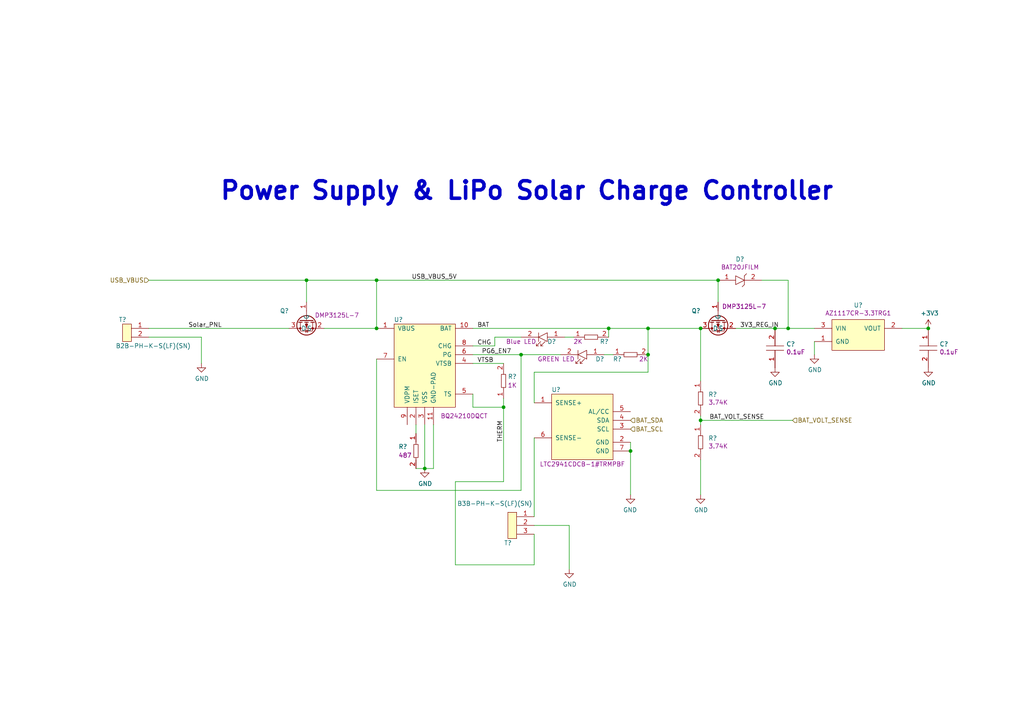
<source format=kicad_sch>
(kicad_sch (version 20231120) (generator "eeschema") (generator_version "8.0")
  (paper "A4")
  (lib_symbols
    (symbol "AVR-KiCAD-Lib-Capacitors:C0402C104K9PACTU" (pin_names (offset 1.016))
      (property "Reference" "C" (at -2.54 2.54 0))
      (property "_Value_" "0.1uF" (at 58.42 63.5 0))
      (symbol "C0402C104K9PACTU_1_1"
        (polyline (pts (xy 0 2.54) (xy 0 -2.54)))
        (polyline (pts (xy 1.27 2.54) (xy 1.27 -2.54)))
        (pin input line (at -5.08 0 0) (length 5.08) (name "~") (number "1"))
        (pin input line (at 6.35 0 180) (length 5.08) (name "~") (number "2"))
      )
    )
    (symbol "AVR-KiCAD-Lib-Capacitors:C0805C104M5RACTU" (pin_names (offset 1.016))
      (property "Reference" "C" (at -2.54 2.54 0))
      (property "_Value_" "0.1uF" (at 58.42 63.5 0))
      (symbol "C0805C104M5RACTU_1_1"
        (polyline (pts (xy 0 2.54) (xy 0 -2.54)))
        (polyline (pts (xy 1.27 2.54) (xy 1.27 -2.54)))
        (pin input line (at -5.08 0 0) (length 5.08) (name "~") (number "1"))
        (pin input line (at 6.35 0 180) (length 5.08) (name "~") (number "2"))
      )
    )
    (symbol "AVR-KiCAD-Lib-Connectors:B2B-PH-K-S(LF)(SN)" (pin_names (offset 1.016))
      (property "Reference" "J" (at 0 1.27 0))
      (property "Value" "B2B-PH-K-S(LF)(SN)" (at 3.81 -11.43 0))
      (symbol "B2B-PH-K-S(LF)(SN)_0_1"
        (rectangle (start 2.54 -5.08) (end 0 0) (fill (type background)))
      )
      (symbol "B2B-PH-K-S(LF)(SN)_1_1"
        (pin passive line (at 7.62 -1.27 180) (length 5.08) (name "~") (number "1"))
        (pin passive line (at 7.62 -3.81 180) (length 5.08) (name "~") (number "2"))
      )
    )
    (symbol "AVR-KiCAD-Lib-Connectors:B3B-PH-K-S(LF)(SN)" (pin_names (offset 1.016))
      (property "Reference" "J" (at 0 1.27 0))
      (property "Value" "B3B-PH-K-S(LF)(SN)" (at 3.81 -11.43 0))
      (symbol "B3B-PH-K-S(LF)(SN)_0_1"
        (rectangle (start 2.54 -7.62) (end 0 0) (fill (type background)))
      )
      (symbol "B3B-PH-K-S(LF)(SN)_1_1"
        (pin passive line (at 7.62 -1.27 180) (length 5.08) (name "~") (number "1"))
        (pin passive line (at 7.62 -3.81 180) (length 5.08) (name "~") (number "2"))
        (pin passive line (at 7.62 -6.35 180) (length 5.08) (name "~") (number "3"))
      )
    )
    (symbol "AVR-KiCAD-Lib-Diodes:BAT20JFILM" (pin_names (offset 1.016))
      (property "Reference" "D" (at -2.54 2.54 0))
      (property "_Value_" "BAT20JFILM" (at 58.42 63.5 0))
      (symbol "BAT20JFILM_0_1"
        (polyline (pts (xy 1.27 -1.27) (xy 0.635 -1.905)))
        (polyline (pts (xy 1.27 1.27) (xy 1.27 -1.27)))
        (polyline (pts (xy 1.27 1.27) (xy 1.905 1.905)))
        (polyline (pts (xy -1.27 1.27) (xy -1.27 -1.27) (xy 1.27 0) (xy -1.27 1.27)))
      )
      (symbol "BAT20JFILM_1_1"
        (pin passive line (at -6.35 0 0) (length 5.08) (name "~") (number "1"))
        (pin passive line (at 6.35 0 180) (length 5.08) (name "~") (number "2"))
      )
    )
    (symbol "AVR-KiCAD-Lib-Diodes:LTST-C194KGKT" (pin_names (offset 1.016))
      (property "Reference" "D" (at -2.54 2.54 0))
      (property "_Value_" "GREEN LED" (at 58.42 63.5 0))
      (symbol "LTST-C194KGKT_0_1"
        (polyline (pts (xy -0.635 1.27) (xy 0.635 2.54)))
        (polyline (pts (xy 0.635 2.54) (xy 0 2.54)))
        (polyline (pts (xy 0.635 2.54) (xy 0.635 1.905)))
        (polyline (pts (xy 1.27 -1.27) (xy 1.27 1.27)))
        (polyline (pts (xy 1.905 2.54) (xy 1.905 1.905)))
        (polyline (pts (xy 0.635 1.27) (xy 1.905 2.54) (xy 1.27 2.54)))
        (polyline (pts (xy -1.27 1.27) (xy -1.27 -1.27) (xy 1.27 0) (xy -1.27 1.27)))
      )
      (symbol "LTST-C194KGKT_1_1"
        (pin passive line (at -6.35 0 0) (length 5.08) (name "~") (number "1"))
        (pin passive line (at 6.35 0 180) (length 5.08) (name "~") (number "2"))
      )
    )
    (symbol "AVR-KiCAD-Lib-Diodes:LTST-C194TBKT" (pin_names (offset 1.016))
      (property "Reference" "D" (at -2.54 2.54 0))
      (property "_Value_" "Blue LED" (at 58.42 63.5 0))
      (symbol "LTST-C194TBKT_0_1"
        (polyline (pts (xy -0.635 1.27) (xy 0.635 2.54)))
        (polyline (pts (xy 0.635 2.54) (xy 0 2.54)))
        (polyline (pts (xy 0.635 2.54) (xy 0.635 1.905)))
        (polyline (pts (xy 1.27 -1.27) (xy 1.27 1.27)))
        (polyline (pts (xy 1.905 2.54) (xy 1.905 1.905)))
        (polyline (pts (xy 0.635 1.27) (xy 1.905 2.54) (xy 1.27 2.54)))
        (polyline (pts (xy -1.27 1.27) (xy -1.27 -1.27) (xy 1.27 0) (xy -1.27 1.27)))
      )
      (symbol "LTST-C194TBKT_1_1"
        (pin passive line (at -6.35 0 0) (length 5.08) (name "~") (number "1"))
        (pin passive line (at 6.35 0 180) (length 5.08) (name "~") (number "2"))
      )
    )
    (symbol "AVR-KiCAD-Lib-ICs:AZ1117CR-3.3TRG1" (pin_names (offset 1.016))
      (property "Reference" "U" (at 0 1.27 0))
      (property "_Value_" "AZ1117CR-3.3TRG1" (at 58.42 63.5 0))
      (symbol "AZ1117CR-3.3TRG1_1_1"
        (rectangle (start 0 0) (end 15.24 -8.89) (fill (type background)))
        (pin passive line (at -5.08 -6.35 0) (length 5.08) (name "GND") (number "1"))
        (pin power_out line (at 20.32 -2.54 180) (length 5.08) (name "VOUT") (number "2"))
        (pin power_in line (at -5.08 -2.54 0) (length 5.08) (name "VIN") (number "3"))
      )
    )
    (symbol "AVR-KiCAD-Lib-ICs:BQ24210DQCT" (pin_names (offset 1.016))
      (property "Reference" "U" (at 0 1.27 0))
      (property "_Value_" "BQ24210DQCT" (at 58.42 63.5 0))
      (symbol "BQ24210DQCT_1_1"
        (rectangle (start 0 0) (end 17.78 -24.13) (fill (type background)))
        (pin input line (at -5.08 -1.27 0) (length 5.08) (name "VBUS") (number "1"))
        (pin input line (at 22.86 -1.27 180) (length 5.08) (name "BAT") (number "10"))
        (pin input line (at 11.43 -29.21 90) (length 5.08) (name "GND-PAD") (number "11"))
        (pin input line (at 6.35 -29.21 90) (length 5.08) (name "ISET") (number "2"))
        (pin input line (at 8.89 -29.21 90) (length 5.08) (name "VSS") (number "3"))
        (pin input line (at 22.86 -11.43 180) (length 5.08) (name "VTSB") (number "4"))
        (pin input line (at 22.86 -20.32 180) (length 5.08) (name "TS") (number "5"))
        (pin input line (at 22.86 -8.89 180) (length 5.08) (name "PG") (number "6"))
        (pin input line (at -5.08 -10.16 0) (length 5.08) (name "EN") (number "7"))
        (pin input line (at 22.86 -6.35 180) (length 5.08) (name "CHG") (number "8"))
        (pin input line (at 3.81 -29.21 90) (length 5.08) (name "VDPM") (number "9"))
      )
    )
    (symbol "AVR-KiCAD-Lib-ICs:LTC2941CDCB-1#TRMPBF" (pin_names (offset 1.016))
      (property "Reference" "U" (at 1.27 1.27 0))
      (property "_Value_" "LTC2941CDCB-1#TRMPBF" (at 11.43 -20.32 0))
      (symbol "LTC2941CDCB-1#TRMPBF_0_1"
        (rectangle (start 0 0) (end 17.78 -19.05) (fill (type background)))
      )
      (symbol "LTC2941CDCB-1#TRMPBF_1_1"
        (pin input line (at 22.86 -2.54 180) (length 5.08) (name "SENSE+") (number "1"))
        (pin passive line (at -5.08 -13.97 0) (length 5.08) (name "GND") (number "2"))
        (pin input line (at -5.08 -10.16 0) (length 5.08) (name "SCL") (number "3"))
        (pin bidirectional line (at -5.08 -7.62 0) (length 5.08) (name "SDA") (number "4"))
        (pin output line (at -5.08 -5.08 0) (length 5.08) (name "AL/CC") (number "5"))
        (pin input line (at 22.86 -12.7 180) (length 5.08) (name "SENSE-") (number "6"))
        (pin passive line (at -5.08 -16.51 0) (length 5.08) (name "GND") (number "7"))
      )
    )
    (symbol "AVR-KiCAD-Lib-Resistors:ERA-3AEB3741V" (pin_names (offset 1.016))
      (property "Reference" "R" (at -2.54 2.54 0))
      (property "Value" "ERA-3AEB3741V" (at 1.27 5.08 0))
      (property "_Value_" "3.74K" (at 58.42 63.5 0))
      (symbol "ERA-3AEB3741V_0_1"
        (rectangle (start -1.905 0.635) (end 1.905 -0.635))
        (polyline (pts (xy -2.54 0) (xy -1.905 0)))
        (polyline (pts (xy -1.905 0) (xy -1.905 0)))
        (polyline (pts (xy 1.905 0) (xy 1.905 0)))
        (polyline (pts (xy 2.54 0) (xy 1.905 0)))
      )
      (symbol "ERA-3AEB3741V_1_1"
        (pin passive line (at -5.08 0 0) (length 2.5146) (name "~") (number "1"))
        (pin passive line (at 5.08 0 180) (length 2.5146) (name "~") (number "2"))
      )
    )
    (symbol "AVR-KiCAD-Lib-Resistors:RC0402FR-071KL" (pin_names (offset 1.016))
      (property "Reference" "R" (at -2.54 2.54 0))
      (property "Value" "RC0402FR-071KL" (at 1.27 5.08 0))
      (property "_Value_" "1K" (at 58.42 63.5 0))
      (symbol "RC0402FR-071KL_0_1"
        (rectangle (start -1.905 0.635) (end 1.905 -0.635))
        (polyline (pts (xy -2.54 0) (xy -1.905 0)))
        (polyline (pts (xy -1.905 0) (xy -1.905 0)))
        (polyline (pts (xy 1.905 0) (xy 1.905 0)))
        (polyline (pts (xy 2.54 0) (xy 1.905 0)))
      )
      (symbol "RC0402FR-071KL_1_1"
        (pin passive line (at -5.08 0 0) (length 2.5146) (name "~") (number "1"))
        (pin passive line (at 5.08 0 180) (length 2.5146) (name "~") (number "2"))
      )
    )
    (symbol "AVR-KiCAD-Lib-Resistors:RC0402FR-072KL" (pin_names (offset 1.016))
      (property "Reference" "R" (at -2.54 2.54 0))
      (property "Value" "RC0402FR-072KL" (at 1.27 5.08 0))
      (property "_Value_" "2K" (at 58.42 63.5 0))
      (symbol "RC0402FR-072KL_0_1"
        (rectangle (start -1.905 0.635) (end 1.905 -0.635))
        (polyline (pts (xy -2.54 0) (xy -1.905 0)))
        (polyline (pts (xy -1.905 0) (xy -1.905 0)))
        (polyline (pts (xy 1.905 0) (xy 1.905 0)))
        (polyline (pts (xy 2.54 0) (xy 1.905 0)))
      )
      (symbol "RC0402FR-072KL_1_1"
        (pin passive line (at -5.08 0 0) (length 2.5146) (name "~") (number "1"))
        (pin passive line (at 5.08 0 180) (length 2.5146) (name "~") (number "2"))
      )
    )
    (symbol "AVR-KiCAD-Lib-Resistors:RC0402FR-07487RL" (pin_names (offset 1.016))
      (property "Reference" "R" (at -2.54 2.54 0))
      (property "Value" "RC0402FR-07487RL" (at 1.27 5.08 0))
      (property "_Value_" "487" (at 58.42 63.5 0))
      (symbol "RC0402FR-07487RL_0_1"
        (rectangle (start -1.905 0.635) (end 1.905 -0.635))
        (polyline (pts (xy -2.54 0) (xy -1.905 0)))
        (polyline (pts (xy -1.905 0) (xy -1.905 0)))
        (polyline (pts (xy 1.905 0) (xy 1.905 0)))
        (polyline (pts (xy 2.54 0) (xy 1.905 0)))
      )
      (symbol "RC0402FR-07487RL_1_1"
        (pin passive line (at -5.08 0 0) (length 2.5146) (name "~") (number "1"))
        (pin passive line (at 5.08 0 180) (length 2.5146) (name "~") (number "2"))
      )
    )
    (symbol "AVR-KiCAD-Lib-Transistors:DMP3125L-7" (pin_names (offset 1.016))
      (property "Reference" "Q?" (at -3.81 3.81 0))
      (property "_Value_" "DMP3125L-7" (at 58.42 63.5 0))
      (symbol "DMP3125L-7_1_1"
        (circle (center -0.889 0) (radius 2.8194) (stroke (width 0.254)))
        (circle (center 0 -1.778) (radius 0.2794) (fill (type outline)))
        (polyline (pts (xy -5.08 0) (xy -2.286 0)))
        (polyline (pts (xy -1.778 -1.778) (xy 0 -1.778)))
        (polyline (pts (xy -1.778 -1.27) (xy -1.778 -2.286)) (stroke (width 0.254)))
        (polyline (pts (xy -1.778 0) (xy 0 0)))
        (polyline (pts (xy -1.778 0.508) (xy -1.778 -0.508)) (stroke (width 0.254)))
        (polyline (pts (xy -1.778 1.778) (xy 0 1.778)))
        (polyline (pts (xy -1.778 2.286) (xy -1.778 1.27)) (stroke (width 0.254)))
        (polyline (pts (xy 0 -1.778) (xy 0 -2.54)))
        (polyline (pts (xy 0 -1.778) (xy 0 0)))
        (polyline (pts (xy 0 2.54) (xy 0 1.778)))
        (polyline (pts (xy -2.286 1.905) (xy -2.286 -1.905) (xy -2.286 -1.905)) (stroke (width 0.254)))
        (polyline (pts (xy -0.254 0) (xy -1.27 -0.381) (xy -1.27 0.381) (xy -0.254 0)) (fill (type outline)))
        (polyline (pts (xy 0 -1.778) (xy 0.762 -1.778) (xy 0.762 1.778) (xy 0 1.778)))
        (polyline (pts (xy 0.254 -0.508) (xy 0.381 -0.381) (xy 1.143 -0.381) (xy 1.27 -0.254)))
        (polyline (pts (xy 0.762 -0.381) (xy 0.381 0.254) (xy 1.143 0.254) (xy 0.762 -0.381)))
        (circle (center 0 1.778) (radius 0.2794) (fill (type outline)))
        (pin input line (at -7.62 0 0) (length 2.54) (name "G") (number "1"))
        (pin passive line (at 0 -5.08 90) (length 2.54) (name "S") (number "2"))
        (pin passive line (at 0 5.08 270) (length 2.54) (name "D") (number "3"))
      )
    )
    (symbol "SunLeaf-Sense-S1G-rescue:+3V3-power" (power) (pin_names (offset 0))
      (property "Value" "power_+3V3" (at 0 3.556 0))
      (symbol "+3V3-power_0_1"
        (polyline (pts (xy -0.762 1.27) (xy 0 2.54)))
        (polyline (pts (xy 0 0) (xy 0 2.54)))
        (polyline (pts (xy 0 2.54) (xy 0.762 1.27)))
      )
      (symbol "+3V3-power_1_1"
        (pin power_in line (at 0 0 90) (length 0) hide (name "+3V3") (number "1"))
      )
    )
    (symbol "SunLeaf-Sense-S1G-rescue:GND-power" (power) (pin_names (offset 0))
      (property "Value" "power_GND" (at 0 -3.81 0))
      (symbol "GND-power_0_1"
        (polyline (pts (xy 0 0) (xy 0 -1.27) (xy 1.27 -1.27) (xy 0 -2.54) (xy -1.27 -1.27) (xy 0 -1.27)))
      )
      (symbol "GND-power_1_1"
        (pin power_in line (at 0 0 270) (length 0) hide (name "GND") (number "1"))
      )
    )
  )
  (junction (at 228.6 95.25))
  (junction (at 224.79 95.25))
  (junction (at 109.22 95.25))
  (junction (at 203.2 95.25))
  (junction (at 187.96 102.87))
  (junction (at 88.9 81.28))
  (junction (at 123.19 135.89))
  (junction (at 146.05 118.11))
  (junction (at 151.13 102.87))
  (junction (at 109.22 81.28))
  (junction (at 176.53 95.25))
  (junction (at 187.96 95.25))
  (junction (at 203.2 121.92))
  (junction (at 208.28 81.28))
  (junction (at 269.24 95.25))
  (junction (at 182.88 130.81))
  (wire (pts (xy 236.22 99.06) (xy 236.22 102.87)))
  (wire (pts (xy 151.13 102.87) (xy 162.56 102.87)))
  (wire (pts (xy 154.94 107.95) (xy 187.96 107.95)))
  (wire (pts (xy 58.42 97.79) (xy 58.42 105.41)))
  (wire (pts (xy 228.6 95.25) (xy 236.22 95.25)))
  (wire (pts (xy 123.19 135.89) (xy 125.73 135.89)))
  (wire (pts (xy 137.16 100.33) (xy 143.51 100.33)))
  (wire (pts (xy 220.98 81.28) (xy 228.6 81.28)))
  (wire (pts (xy 125.73 135.89) (xy 125.73 123.19)))
  (wire (pts (xy 175.26 102.87) (xy 177.8 102.87)))
  (wire (pts (xy 182.88 130.81) (xy 182.88 143.51)))
  (wire (pts (xy 163.83 97.79) (xy 166.37 97.79)))
  (wire (pts (xy 165.1 152.4) (xy 165.1 165.1)))
  (wire (pts (xy 187.96 102.87) (xy 187.96 95.25)))
  (wire (pts (xy 261.62 95.25) (xy 269.24 95.25)))
  (wire (pts (xy 154.94 116.84) (xy 154.94 107.95)))
  (wire (pts (xy 208.28 81.28) (xy 208.28 87.63)))
  (wire (pts (xy 137.16 114.3) (xy 137.16 118.11)))
  (wire (pts (xy 182.88 128.27) (xy 182.88 130.81)))
  (wire (pts (xy 208.28 81.28) (xy 109.22 81.28)))
  (wire (pts (xy 151.13 97.79) (xy 143.51 97.79)))
  (wire (pts (xy 187.96 107.95) (xy 187.96 102.87)))
  (wire (pts (xy 109.22 81.28) (xy 88.9 81.28)))
  (wire (pts (xy 203.2 95.25) (xy 203.2 110.49)))
  (wire (pts (xy 132.08 139.7) (xy 146.05 139.7)))
  (wire (pts (xy 137.16 105.41) (xy 146.05 105.41)))
  (wire (pts (xy 137.16 118.11) (xy 146.05 118.11)))
  (wire (pts (xy 109.22 142.24) (xy 109.22 104.14)))
  (wire (pts (xy 151.13 142.24) (xy 109.22 142.24)))
  (wire (pts (xy 123.19 123.19) (xy 123.19 135.89)))
  (wire (pts (xy 213.36 95.25) (xy 224.79 95.25)))
  (wire (pts (xy 109.22 95.25) (xy 93.98 95.25)))
  (wire (pts (xy 203.2 133.35) (xy 203.2 143.51)))
  (wire (pts (xy 43.18 95.25) (xy 83.82 95.25)))
  (wire (pts (xy 109.22 95.25) (xy 109.22 81.28)))
  (wire (pts (xy 203.2 121.92) (xy 229.87 121.92)))
  (wire (pts (xy 176.53 97.79) (xy 176.53 95.25)))
  (wire (pts (xy 143.51 97.79) (xy 143.51 100.33)))
  (wire (pts (xy 88.9 87.63) (xy 88.9 81.28)))
  (wire (pts (xy 43.18 97.79) (xy 58.42 97.79)))
  (wire (pts (xy 203.2 121.92) (xy 203.2 123.19)))
  (wire (pts (xy 120.65 123.19) (xy 120.65 125.73)))
  (wire (pts (xy 154.94 163.83) (xy 154.94 154.94)))
  (wire (pts (xy 154.94 152.4) (xy 165.1 152.4)))
  (wire (pts (xy 132.08 163.83) (xy 132.08 139.7)))
  (wire (pts (xy 151.13 102.87) (xy 151.13 142.24)))
  (wire (pts (xy 187.96 95.25) (xy 203.2 95.25)))
  (wire (pts (xy 120.65 135.89) (xy 123.19 135.89)))
  (wire (pts (xy 137.16 95.25) (xy 176.53 95.25)))
  (wire (pts (xy 224.79 95.25) (xy 228.6 95.25)))
  (wire (pts (xy 137.16 102.87) (xy 151.13 102.87)))
  (wire (pts (xy 146.05 118.11) (xy 146.05 115.57)))
  (wire (pts (xy 176.53 95.25) (xy 187.96 95.25)))
  (wire (pts (xy 228.6 81.28) (xy 228.6 95.25)))
  (wire (pts (xy 154.94 149.86) (xy 154.94 127)))
  (wire (pts (xy 132.08 163.83) (xy 154.94 163.83)))
  (wire (pts (xy 88.9 81.28) (xy 43.18 81.28)))
  (wire (pts (xy 203.2 120.65) (xy 203.2 121.92)))
  (wire (pts (xy 146.05 118.11) (xy 146.05 139.7)))
  (text "Power Supply & LiPo Solar Charge Controller" (at 63.5 58.42 0) (effects (font (size 5.08 5.08) (thickness 1.016) (bold yes)) (justify left bottom)))
  (label "BAT_VOLT_SENSE" (at 205.74 121.92 0))
  (label "USB_VBUS_5V" (at 119.38 81.28 0))
  (label "THERM" (at 146.05 128.27 90))
  (label "VTSB" (at 138.43 105.41 0))
  (label "3V3_REG_IN" (at 214.63 95.25 0))
  (label "Solar_PNL" (at 54.61 95.25 0))
  (label "CHG" (at 138.43 100.33 0))
  (label "PG6_EN7" (at 139.7 102.87 0))
  (label "BAT" (at 138.43 95.25 0))
  (hierarchical_label "USB_VBUS" (shape input) (at 43.18 81.28 180))
  (hierarchical_label "BAT_SCL" (shape input) (at 182.88 124.46 0))
  (hierarchical_label "BAT_VOLT_SENSE" (shape input) (at 229.87 121.92 0))
  (hierarchical_label "BAT_SDA" (shape input) (at 182.88 121.92 0))
  (symbol (lib_id "AVR-KiCAD-Lib-Transistors:DMP3125L-7") (at 88.9 95.25 90) (mirror x) (unit 1)
    (property "Reference" "Q?" (at 83.82 90.17 90) (effects (justify left)))
    (property "Value" "DMP3125L-7" (effects (hide yes)))
    (property "Footprint" "growbox-KiCAD-Transistors:SOT-23" (effects (hide yes)))
    (property "Datasheet" "https://www.diodes.com/assets/Datasheets/DMP3125L.pdf" (effects (hide yes)))
    (property "Cost QTY: 1" "0.46000" (effects (hide yes)))
    (property "Cost QTY: 1000" "0.09759" (effects (hide yes)))
    (property "Cost QTY: 2500" "*" (effects (hide yes)))
    (property "Cost QTY: 5000" "0.08324" (effects (hide yes)))
    (property "Cost QTY: 10000" "0.07624" (effects (hide yes)))
    (property "MFR" "Diodes Incorporated" (effects (hide yes)))
    (property "MFR#" "DMP3125L-7" (effects (hide yes)))
    (property "Vendor" "Digikey" (effects (hide yes)))
    (property "Vendor #" "DMP3125L-7DICT-ND" (effects (hide yes)))
    (property "Designer" "AVR" (effects (hide yes)))
    (property "Height" "1.10mm" (effects (hide yes)))
    (property "Date Created" "3/1/2020" (effects (hide yes)))
    (property "Date Modified" "3/1/2020" (effects (hide yes)))
    (property "Lead-Free ?" "Yes" (effects (hide yes)))
    (property "RoHS Levels" "1" (effects (hide yes)))
    (property "Mounting" "SMT" (effects (hide yes)))
    (property "Pin Count #" "3" (effects (hide yes)))
    (property "Status" "Active" (effects (hide yes)))
    (property "Tolerance" "*" (effects (hide yes)))
    (property "Type" "P-Channel MOSFET" (effects (hide yes)))
    (property "Voltage" "20V" (effects (hide yes)))
    (property "Package" "SOT23" (effects (hide yes)))
    (property "Description" "P-Channel 30V 2.5A (Ta) 650mW (Ta) Surface Mount SOT-23" (effects (hide yes)))
    (property "_Value_" "DMP3125L-7" (at 104.14 91.44 90) (effects (justify left)))
    (property "Management_ID" "*" (effects (hide yes)))
  )
  (symbol (lib_id "AVR-KiCAD-Lib-ICs:BQ24210DQCT") (at 114.3 93.98 0) (unit 1)
    (property "Reference" "U?" (at 115.57 92.71 0))
    (property "Value" "BQ24210DQCT" (effects (hide yes)))
    (property "Footprint" "growbox-KiCAD-ICs:BQ24210" (effects (hide yes)))
    (property "Datasheet" "http://www.ti.com/general/docs/suppproductinfo.tsp?distId=10&gotoUrl=http%3A%2F%2Fwww.ti.com%2Flit%2Fgpn%2Fbq24210" (effects (hide yes)))
    (property "Cost QTY: 1" "2.95000" (effects (hide yes)))
    (property "Cost QTY: 1000" "*" (effects (hide yes)))
    (property "Cost QTY: 2500" "*" (effects (hide yes)))
    (property "Cost QTY: 5000" "*" (effects (hide yes)))
    (property "Cost QTY: 10000" "*" (effects (hide yes)))
    (property "MFR" "Texas Instruments" (effects (hide yes)))
    (property "MFR#" "BQ24210DQCT" (effects (hide yes)))
    (property "Vendor" "Digikey" (effects (hide yes)))
    (property "Vendor #" "296-28738-1-ND" (effects (hide yes)))
    (property "Designer" "AVR" (effects (hide yes)))
    (property "Height" "0.8mm" (effects (hide yes)))
    (property "Date Created" "6/4/2020" (effects (hide yes)))
    (property "Date Modified" "6/4/2020" (effects (hide yes)))
    (property "Lead-Free ?" "Yes" (effects (hide yes)))
    (property "RoHS Levels" "1" (effects (hide yes)))
    (property "Mounting" "SMT" (effects (hide yes)))
    (property "Pin Count #" "10" (effects (hide yes)))
    (property "Status" "Active" (effects (hide yes)))
    (property "Tolerance" "*" (effects (hide yes)))
    (property "Type" "Battery Charger and BMS" (effects (hide yes)))
    (property "Voltage" "18V MAX IN, 4.2V BATT MAX" (effects (hide yes)))
    (property "Package" "WSON10" (effects (hide yes)))
    (property "Description" "Charger IC Lithium-Ion 10-WSON (3x2)" (effects (hide yes)))
    (property "_Value_" "BQ24210DQCT" (at 134.62 120.65 0))
    (property "Management_ID" "*" (effects (hide yes)))
  )
  (symbol (lib_id "AVR-KiCAD-Lib-Diodes:LTST-C194TBKT") (at 157.48 97.79 180) (unit 1)
    (property "Reference" "D?" (at 160.02 99.06 0))
    (property "Value" "LTST-C194TBKT" (effects (hide yes)))
    (property "Footprint" "AVR-KiCAD-Lib-Diodes:LED0603" (effects (hide yes)))
    (property "Datasheet" "http://optoelectronics.liteon.com/upload/download/DS22-2010-0025/LTST-C194TBKT.PDF" (effects (hide yes)))
    (property "Cost QTY: 1" "0.42000" (effects (hide yes)))
    (property "Cost QTY: 1000" "0.07797" (effects (hide yes)))
    (property "Cost QTY: 2500" "*" (effects (hide yes)))
    (property "Cost QTY: 5000" "0.06102" (effects (hide yes)))
    (property "Cost QTY: 10000" "0.05424" (effects (hide yes)))
    (property "MFR" "Lite-On Inc." (effects (hide yes)))
    (property "MFR#" "LTST-C194TBKT" (effects (hide yes)))
    (property "Vendor" "Digikey" (effects (hide yes)))
    (property "Vendor #" "160-1837-2-ND" (effects (hide yes)))
    (property "Designer" "AVR" (effects (hide yes)))
    (property "Height" "0.45mm" (effects (hide yes)))
    (property "Date Created" "3/1/2020" (effects (hide yes)))
    (property "Date Modified" "3/1/2020" (effects (hide yes)))
    (property "Lead-Free ?" "Yes" (effects (hide yes)))
    (property "RoHS Levels" "1" (effects (hide yes)))
    (property "Mounting" "SMT" (effects (hide yes)))
    (property "Pin Count #" "2" (effects (hide yes)))
    (property "Status" "Active" (effects (hide yes)))
    (property "Tolerance" "*" (effects (hide yes)))
    (property "Type" "Blue LED Colorless" (effects (hide yes)))
    (property "Voltage" "3.3V" (effects (hide yes)))
    (property "Package" "0603" (effects (hide yes)))
    (property "Description" "Blue 468nm LED Indication - Discrete 3.3V 0603 (1608 Metric)" (effects (hide yes)))
    (property "_Value_" "Blue LED" (at 151.13 99.06 0))
    (property "Management_ID" "*" (effects (hide yes)))
  )
  (symbol (lib_id "AVR-KiCAD-Lib-Resistors:RC0402FR-072KL") (at 171.45 97.79 0) (unit 1)
    (property "Reference" "R?" (at 175.26 99.06 0))
    (property "Value" "RC0402FR-072KL" (effects (hide yes)))
    (property "Footprint" "AVR-KiCAD-Lib-Resistors:R0402" (effects (hide yes)))
    (property "Datasheet" "https://www.yageo.com/upload/media/product/productsearch/datasheet/rchip/PYu-RC_Group_51_RoHS_L_10.pdf" (effects (hide yes)))
    (property "Cost QTY: 1" "0.10000" (effects (hide yes)))
    (property "Cost QTY: 1000" "0.00289" (effects (hide yes)))
    (property "Cost QTY: 2500" "0.00251" (effects (hide yes)))
    (property "Cost QTY: 5000" "0.00207" (effects (hide yes)))
    (property "Cost QTY: 10000" "0.00163" (effects (hide yes)))
    (property "MFR" "Yageo" (effects (hide yes)))
    (property "MFR#" "RC0402FR-072KL" (effects (hide yes)))
    (property "Vendor" "Digikey" (effects (hide yes)))
    (property "Vendor #" "311-2KLRCT-ND" (effects (hide yes)))
    (property "Designer" "AVR" (effects (hide yes)))
    (property "Height" "0.4mm" (effects (hide yes)))
    (property "Date Created" "7/6/2020" (effects (hide yes)))
    (property "Date Modified" "7/6/2020" (effects (hide yes)))
    (property "Lead-Free ?" "Yes" (effects (hide yes)))
    (property "RoHS Levels" "1" (effects (hide yes)))
    (property "Mounting" "SMT" (effects (hide yes)))
    (property "Pin Count #" "2" (effects (hide yes)))
    (property "Status" "Active" (effects (hide yes)))
    (property "Tolerance" "1%" (effects (hide yes)))
    (property "Type" "Resistor" (effects (hide yes)))
    (property "Voltage" "*" (effects (hide yes)))
    (property "Package" "0402" (effects (hide yes)))
    (property "_Value_" "2K" (at 167.64 99.06 0))
    (property "Description" "2 kOhms ±1% 0.063W, 1/16W Chip Resistor 0402 (1005 Metric) Moisture Resistant Thick Film" (effects (hide yes)))
    (property "Management_ID" "*" (effects (hide yes)))
  )
  (symbol (lib_id "AVR-KiCAD-Lib-Resistors:RC0402FR-072KL") (at 182.88 102.87 0) (unit 1)
    (property "Reference" "R?" (at 179.07 104.14 0))
    (property "Value" "RC0402FR-072KL" (effects (hide yes)))
    (property "Footprint" "AVR-KiCAD-Lib-Resistors:R0402" (effects (hide yes)))
    (property "Datasheet" "https://www.yageo.com/upload/media/product/productsearch/datasheet/rchip/PYu-RC_Group_51_RoHS_L_10.pdf" (effects (hide yes)))
    (property "Cost QTY: 1" "0.10000" (effects (hide yes)))
    (property "Cost QTY: 1000" "0.00289" (effects (hide yes)))
    (property "Cost QTY: 2500" "0.00251" (effects (hide yes)))
    (property "Cost QTY: 5000" "0.00207" (effects (hide yes)))
    (property "Cost QTY: 10000" "0.00163" (effects (hide yes)))
    (property "MFR" "Yageo" (effects (hide yes)))
    (property "MFR#" "RC0402FR-072KL" (effects (hide yes)))
    (property "Vendor" "Digikey" (effects (hide yes)))
    (property "Vendor #" "311-2KLRCT-ND" (effects (hide yes)))
    (property "Designer" "AVR" (effects (hide yes)))
    (property "Height" "0.4mm" (effects (hide yes)))
    (property "Date Created" "7/6/2020" (effects (hide yes)))
    (property "Date Modified" "7/6/2020" (effects (hide yes)))
    (property "Lead-Free ?" "Yes" (effects (hide yes)))
    (property "RoHS Levels" "1" (effects (hide yes)))
    (property "Mounting" "SMT" (effects (hide yes)))
    (property "Pin Count #" "2" (effects (hide yes)))
    (property "Status" "Active" (effects (hide yes)))
    (property "Tolerance" "1%" (effects (hide yes)))
    (property "Type" "Resistor" (effects (hide yes)))
    (property "Voltage" "*" (effects (hide yes)))
    (property "Package" "0402" (effects (hide yes)))
    (property "_Value_" "2K" (at 186.69 104.14 0))
    (property "Description" "2 kOhms ±1% 0.063W, 1/16W Chip Resistor 0402 (1005 Metric) Moisture Resistant Thick Film" (effects (hide yes)))
    (property "Management_ID" "*" (effects (hide yes)))
  )
  (symbol (lib_id "AVR-KiCAD-Lib-Resistors:RC0402FR-071KL") (at 146.05 110.49 90) (unit 1)
    (property "Reference" "R?" (at 148.59 109.22 90))
    (property "Value" "RC0402FR-071KL" (effects (hide yes)))
    (property "Footprint" "AVR-KiCAD-Lib-Resistors:R0402" (effects (hide yes)))
    (property "Datasheet" "https://www.yageo.com/upload/media/product/productsearch/datasheet/rchip/PYu-RC_Group_51_RoHS_L_10.pdf" (effects (hide yes)))
    (property "Cost QTY: 1" "0.10000" (effects (hide yes)))
    (property "Cost QTY: 1000" "0.00289" (effects (hide yes)))
    (property "Cost QTY: 2500" "0.00251" (effects (hide yes)))
    (property "Cost QTY: 5000" "0.00207" (effects (hide yes)))
    (property "Cost QTY: 10000" "0.00163" (effects (hide yes)))
    (property "MFR" "Yageo" (effects (hide yes)))
    (property "MFR#" "RC0402FR-071KL" (effects (hide yes)))
    (property "Vendor" "Digikey" (effects (hide yes)))
    (property "Vendor #" "311-1.00KLRTR-ND" (effects (hide yes)))
    (property "Designer" "AVR" (effects (hide yes)))
    (property "Height" "0.4mm" (effects (hide yes)))
    (property "Date Created" "12/11/2019" (effects (hide yes)))
    (property "Date Modified" "12/11/2019" (effects (hide yes)))
    (property "Lead-Free ?" "Yes" (effects (hide yes)))
    (property "RoHS Levels" "1" (effects (hide yes)))
    (property "Mounting" "SMT" (effects (hide yes)))
    (property "Pin Count #" "2" (effects (hide yes)))
    (property "Status" "Active" (effects (hide yes)))
    (property "Tolerance" "1%" (effects (hide yes)))
    (property "Type" "Thick Film Resistor" (effects (hide yes)))
    (property "Voltage" "*" (effects (hide yes)))
    (property "Package" "0402" (effects (hide yes)))
    (property "_Value_" "1K" (at 148.59 111.76 90))
    (property "Management_ID" "*" (effects (hide yes)))
    (property "Description" " kOhms ±1% 0.063W, 1/16W Chip Resistor 0402 (1005 Metric) Moisture Resistant Thick Film" (effects (hide yes)))
  )
  (symbol (lib_id "AVR-KiCAD-Lib-ICs:AZ1117CR-3.3TRG1") (at 241.3 92.71 0) (unit 1)
    (property "Reference" "U?" (at 248.92 88.519 0))
    (property "Value" "AZ1117CR-3.3TRG1" (effects (hide yes)))
    (property "Footprint" "AVR-KiCAD-Lib-ICs:SOT_89" (effects (hide yes)))
    (property "Datasheet" "https://www.diodes.com/assets/Datasheets/AZ1117C.pdf" (effects (hide yes)))
    (property "Cost QTY: 1" "0.40000" (effects (hide yes)))
    (property "Cost QTY: 1000" "0.09898" (effects (hide yes)))
    (property "Cost QTY: 2500" "*" (effects (hide yes)))
    (property "Cost QTY: 5000" "0.08413" (effects (hide yes)))
    (property "Cost QTY: 10000" "0.07671" (effects (hide yes)))
    (property "MFR" "Diodes Incorporated" (effects (hide yes)))
    (property "MFR#" "AZ1117CR-3.3TRG1" (effects (hide yes)))
    (property "Vendor" "Digikey" (effects (hide yes)))
    (property "Vendor #" "AZ1117CR-3.3TRG1DITR-ND" (effects (hide yes)))
    (property "Designer" "AVR" (effects (hide yes)))
    (property "Height" "1.6mm" (effects (hide yes)))
    (property "Date Created" "7/9/2020" (effects (hide yes)))
    (property "Date Modified" "7/9/2020" (effects (hide yes)))
    (property "Lead-Free ?" "Yes" (effects (hide yes)))
    (property "RoHS Levels" "1" (effects (hide yes)))
    (property "Mounting" "SMT" (effects (hide yes)))
    (property "Pin Count #" "3" (effects (hide yes)))
    (property "Status" "Active" (effects (hide yes)))
    (property "Tolerance" "*" (effects (hide yes)))
    (property "Type" "IC, LDO" (effects (hide yes)))
    (property "Voltage" "15IN, 3V3 OUT" (effects (hide yes)))
    (property "Package" "SOT-89" (effects (hide yes)))
    (property "Description" "Linear Voltage Regulator IC  1 Output  800mA SOT-89" (effects (hide yes)))
    (property "_Value_" "AZ1117CR-3.3TRG1" (at 248.92 90.8304 0))
    (property "Management_ID" "*" (effects (hide yes)))
  )
  (symbol (lib_id "AVR-KiCAD-Lib-Resistors:ERA-3AEB3741V") (at 203.2 115.57 270) (unit 1)
    (property "Reference" "R?" (at 205.4352 114.4016 90) (effects (justify left)))
    (property "Value" "ERA-3AEB3741V" (effects (hide yes)))
    (property "Footprint" "AVR-KiCAD-Lib-Resistors:R0603" (effects (hide yes)))
    (property "Datasheet" "https://industrial.panasonic.com/cdbs/www-data/pdf/RDM0000/AOA0000C307.pdf" (effects (hide yes)))
    (property "Cost QTY: 1" "0.34000" (effects (hide yes)))
    (property "Cost QTY: 1000" "0.04673" (effects (hide yes)))
    (property "Cost QTY: 2500" "0.04284" (effects (hide yes)))
    (property "Cost QTY: 5000" "0.03540" (effects (hide yes)))
    (property "Cost QTY: 10000" "0.03304" (effects (hide yes)))
    (property "MFR" "Panasonic Electronic Components" (effects (hide yes)))
    (property "MFR#" "ERA-3AEB3741V" (effects (hide yes)))
    (property "Vendor" "Digikey" (effects (hide yes)))
    (property "Vendor #" "P3.74KDBTR-ND" (effects (hide yes)))
    (property "Designer" "AVR" (effects (hide yes)))
    (property "Height" "0.55mm" (effects (hide yes)))
    (property "Date Created" "7/9/2020" (effects (hide yes)))
    (property "Date Modified" "7/9/2020" (effects (hide yes)))
    (property "Lead-Free ?" "Yes" (effects (hide yes)))
    (property "RoHS Levels" "1" (effects (hide yes)))
    (property "Mounting" "SMT" (effects (hide yes)))
    (property "Pin Count #" "2" (effects (hide yes)))
    (property "Status" "Active" (effects (hide yes)))
    (property "Tolerance" "1%" (effects (hide yes)))
    (property "Type" "Resistor" (effects (hide yes)))
    (property "Voltage" "*" (effects (hide yes)))
    (property "Package" "0603" (effects (hide yes)))
    (property "_Value_" "3.74K" (at 205.4352 116.713 90) (effects (justify left)))
    (property "Management_ID" "*" (effects (hide yes)))
    (property "Description" "3.74 kOhms ±0.1% 0.1W, 1/10W Chip Resistor 0603 (1608 Metric) Automotive AEC-Q200 Thin Film" (effects (hide yes)))
  )
  (symbol (lib_id "AVR-KiCAD-Lib-Diodes:LTST-C194KGKT") (at 168.91 102.87 180) (unit 1)
    (property "Reference" "D?" (at 173.99 104.14 0))
    (property "Value" "LTST-C194KGKT" (effects (hide yes)))
    (property "Footprint" "AVR-KiCAD-Lib-Diodes:LED0603" (effects (hide yes)))
    (property "Datasheet" "https://optoelectronics.liteon.com/upload/download/DS22-2010-0197/LTST-C194KGKT.PDF" (effects (hide yes)))
    (property "Cost QTY: 1" "0.39000" (effects (hide yes)))
    (property "Cost QTY: 1000" "0.07027" (effects (hide yes)))
    (property "Cost QTY: 2500" "0.06877" (effects (hide yes)))
    (property "Cost QTY: 5000" "0.05980" (effects (hide yes)))
    (property "Cost QTY: 10000" "0.05382" (effects (hide yes)))
    (property "MFR" "Lite-On Inc." (effects (hide yes)))
    (property "MFR#" "LTST-C194KGKT" (effects (hide yes)))
    (property "Vendor" "Digikey" (effects (hide yes)))
    (property "Vendor #" "160-1834-2-ND" (effects (hide yes)))
    (property "Designer" "AVR" (effects (hide yes)))
    (property "Height" "0.45mm" (effects (hide yes)))
    (property "Date Created" "5/31/2020" (effects (hide yes)))
    (property "Date Modified" "5/31/2020" (effects (hide yes)))
    (property "Lead-Free ?" "Yes" (effects (hide yes)))
    (property "RoHS Levels" "1" (effects (hide yes)))
    (property "Mounting" "SMT" (effects (hide yes)))
    (property "Pin Count #" "2" (effects (hide yes)))
    (property "Status" "Active" (effects (hide yes)))
    (property "Tolerance" "*" (effects (hide yes)))
    (property "Type" "LED GREEN CLEAR SMD" (effects (hide yes)))
    (property "Voltage" "2.1V" (effects (hide yes)))
    (property "Package" "0603" (effects (hide yes)))
    (property "Description" "Green 572nm LED Indication - Discrete 2.1V 0603 (1608 Metric)" (effects (hide yes)))
    (property "_Value_" "GREEN LED" (at 161.29 104.14 0))
    (property "Management_ID" "*" (effects (hide yes)))
  )
  (symbol (lib_id "AVR-KiCAD-Lib-Resistors:RC0402FR-07487RL") (at 120.65 130.81 270) (unit 1)
    (property "Reference" "R?" (at 115.57 129.54 90) (effects (justify left)))
    (property "Value" "RC0402FR-07487RL" (effects (hide yes)))
    (property "Footprint" "AVR-KiCAD-Lib-Resistors:R0402" (effects (hide yes)))
    (property "Datasheet" "https://www.yageo.com/upload/media/product/productsearch/datasheet/rchip/PYu-RC_Group_51_RoHS_L_10.pdf" (effects (hide yes)))
    (property "Cost QTY: 1" "0.10000" (effects (hide yes)))
    (property "Cost QTY: 1000" "0.00289" (effects (hide yes)))
    (property "Cost QTY: 2500" "0.00251" (effects (hide yes)))
    (property "Cost QTY: 5000" "0.00207" (effects (hide yes)))
    (property "Cost QTY: 10000" "0.00163" (effects (hide yes)))
    (property "MFR" "Yageo" (effects (hide yes)))
    (property "MFR#" "RC0402FR-07487RL" (effects (hide yes)))
    (property "Vendor" "Digikey" (effects (hide yes)))
    (property "Vendor #" "YAG2373CT-ND" (effects (hide yes)))
    (property "Designer" "AVR" (effects (hide yes)))
    (property "Height" "0.4mm" (effects (hide yes)))
    (property "Date Created" "6/4/2020" (effects (hide yes)))
    (property "Date Modified" "6/4/2020" (effects (hide yes)))
    (property "Lead-Free ?" "Yes" (effects (hide yes)))
    (property "RoHS Levels" "1" (effects (hide yes)))
    (property "Mounting" "SMT" (effects (hide yes)))
    (property "Pin Count #" "2" (effects (hide yes)))
    (property "Status" "Active" (effects (hide yes)))
    (property "Tolerance" "1%" (effects (hide yes)))
    (property "Type" "Chip Resistor" (effects (hide yes)))
    (property "Voltage" "*" (effects (hide yes)))
    (property "Package" "0402" (effects (hide yes)))
    (property "_Value_" "487" (at 115.57 132.08 90) (effects (justify left)))
    (property "Management_ID" "*" (effects (hide yes)))
    (property "Description" "487 Ohms ±1% 0.063W, 1/16W Chip Resistor 0402 (1005 Metric) Moisture Resistant Thick Film" (effects (hide yes)))
  )
  (symbol (lib_id "SunLeaf-Sense-S1G-rescue:GND-power") (at 123.19 135.89 0) (unit 1)
    (property "Reference" "#PWR?" (effects (hide yes)))
    (property "Value" "GND" (at 123.317 140.2842 0))
  )
  (symbol (lib_id "AVR-KiCAD-Lib-Resistors:ERA-3AEB3741V") (at 203.2 128.27 270) (unit 1)
    (property "Reference" "R?" (at 205.4352 127.1016 90) (effects (justify left)))
    (property "Value" "ERA-3AEB3741V" (effects (hide yes)))
    (property "Footprint" "AVR-KiCAD-Lib-Resistors:R0603" (effects (hide yes)))
    (property "Datasheet" "https://industrial.panasonic.com/cdbs/www-data/pdf/RDM0000/AOA0000C307.pdf" (effects (hide yes)))
    (property "Cost QTY: 1" "0.34000" (effects (hide yes)))
    (property "Cost QTY: 1000" "0.04673" (effects (hide yes)))
    (property "Cost QTY: 2500" "0.04284" (effects (hide yes)))
    (property "Cost QTY: 5000" "0.03540" (effects (hide yes)))
    (property "Cost QTY: 10000" "0.03304" (effects (hide yes)))
    (property "MFR" "Panasonic Electronic Components" (effects (hide yes)))
    (property "MFR#" "ERA-3AEB3741V" (effects (hide yes)))
    (property "Vendor" "Digikey" (effects (hide yes)))
    (property "Vendor #" "P3.74KDBTR-ND" (effects (hide yes)))
    (property "Designer" "AVR" (effects (hide yes)))
    (property "Height" "0.55mm" (effects (hide yes)))
    (property "Date Created" "7/9/2020" (effects (hide yes)))
    (property "Date Modified" "7/9/2020" (effects (hide yes)))
    (property "Lead-Free ?" "Yes" (effects (hide yes)))
    (property "RoHS Levels" "1" (effects (hide yes)))
    (property "Mounting" "SMT" (effects (hide yes)))
    (property "Pin Count #" "2" (effects (hide yes)))
    (property "Status" "Active" (effects (hide yes)))
    (property "Tolerance" "1%" (effects (hide yes)))
    (property "Type" "Resistor" (effects (hide yes)))
    (property "Voltage" "*" (effects (hide yes)))
    (property "Package" "0603" (effects (hide yes)))
    (property "_Value_" "3.74K" (at 205.4352 129.413 90) (effects (justify left)))
    (property "Management_ID" "*" (effects (hide yes)))
    (property "Description" "3.74 kOhms ±0.1% 0.1W, 1/10W Chip Resistor 0603 (1608 Metric) Automotive AEC-Q200 Thin Film" (effects (hide yes)))
  )
  (symbol (lib_id "SunLeaf-Sense-S1G-rescue:GND-power") (at 165.1 165.1 0) (unit 1)
    (property "Reference" "#PWR?" (effects (hide yes)))
    (property "Value" "GND" (at 165.227 169.4942 0))
  )
  (symbol (lib_id "SunLeaf-Sense-S1G-rescue:GND-power") (at 236.22 102.87 0) (unit 1)
    (property "Reference" "#PWR?" (effects (hide yes)))
    (property "Value" "GND" (at 236.347 107.2642 0))
  )
  (symbol (lib_id "AVR-KiCAD-Lib-Transistors:DMP3125L-7") (at 208.28 95.25 90) (mirror x) (unit 1)
    (property "Reference" "Q?" (at 203.2 90.17 90) (effects (justify left)))
    (property "Value" "DMP3125L-7" (effects (hide yes)))
    (property "Footprint" "growbox-KiCAD-Transistors:SOT-23" (effects (hide yes)))
    (property "Datasheet" "https://www.diodes.com/assets/Datasheets/DMP3125L.pdf" (effects (hide yes)))
    (property "Cost QTY: 1" "0.46000" (effects (hide yes)))
    (property "Cost QTY: 1000" "0.09759" (effects (hide yes)))
    (property "Cost QTY: 2500" "*" (effects (hide yes)))
    (property "Cost QTY: 5000" "0.08324" (effects (hide yes)))
    (property "Cost QTY: 10000" "0.07624" (effects (hide yes)))
    (property "MFR" "Diodes Incorporated" (effects (hide yes)))
    (property "MFR#" "DMP3125L-7" (effects (hide yes)))
    (property "Vendor" "Digikey" (effects (hide yes)))
    (property "Vendor #" "DMP3125L-7DICT-ND" (effects (hide yes)))
    (property "Designer" "AVR" (effects (hide yes)))
    (property "Height" "1.10mm" (effects (hide yes)))
    (property "Date Created" "3/1/2020" (effects (hide yes)))
    (property "Date Modified" "3/1/2020" (effects (hide yes)))
    (property "Lead-Free ?" "Yes" (effects (hide yes)))
    (property "RoHS Levels" "1" (effects (hide yes)))
    (property "Mounting" "SMT" (effects (hide yes)))
    (property "Pin Count #" "3" (effects (hide yes)))
    (property "Status" "Active" (effects (hide yes)))
    (property "Tolerance" "*" (effects (hide yes)))
    (property "Type" "P-Channel MOSFET" (effects (hide yes)))
    (property "Voltage" "20V" (effects (hide yes)))
    (property "Package" "SOT23" (effects (hide yes)))
    (property "Description" "P-Channel 30V 2.5A (Ta) 650mW (Ta) Surface Mount SOT-23" (effects (hide yes)))
    (property "_Value_" "DMP3125L-7" (at 222.25 88.9 90) (effects (justify left)))
    (property "Management_ID" "*" (effects (hide yes)))
  )
  (symbol (lib_id "AVR-KiCAD-Lib-ICs:LTC2941CDCB-1#TRMPBF") (at 177.8 114.3 0) (mirror y) (unit 1)
    (property "Reference" "U?" (at 161.29 113.03 0))
    (property "Value" "LTC2941CDCB-1#TRMPBF" (effects (hide yes)))
    (property "Footprint" "AVR-KiCAD-Lib-ICs:LTC2941CDCB-1-TRMPBF" (effects (hide yes)))
    (property "Datasheet" "https://www.analog.com/media/en/technical-documentation/data-sheets/29411f.pdf" (effects (hide yes)))
    (property "Cost QTY: 1" "4.25000" (effects (hide yes)))
    (property "Cost QTY: 1000" "*" (effects (hide yes)))
    (property "Cost QTY: 2500" "*" (effects (hide yes)))
    (property "Cost QTY: 5000" "*" (effects (hide yes)))
    (property "Cost QTY: 10000" "*" (effects (hide yes)))
    (property "MFR" "Linear Technology/Analog Devices" (effects (hide yes)))
    (property "MFR#" "LTC2941CDCB-1#TRMPBF" (effects (hide yes)))
    (property "Vendor" "Digikey" (effects (hide yes)))
    (property "Vendor #" "LTC2941CDCB-1#TRMPBFCT-ND" (effects (hide yes)))
    (property "Designer" "AVR" (effects (hide yes)))
    (property "Height" "0.75mm" (effects (hide yes)))
    (property "Date Created" "6/4/2020" (effects (hide yes)))
    (property "Date Modified" "6/4/2020" (effects (hide yes)))
    (property "Lead-Free ?" "Yes" (effects (hide yes)))
    (property "RoHS Levels" "1" (effects (hide yes)))
    (property "Mounting" "SMT" (effects (hide yes)))
    (property "Pin Count #" "7" (effects (hide yes)))
    (property "Status" "Active" (effects (hide yes)))
    (property "Tolerance" "*" (effects (hide yes)))
    (property "Type" "Coulomb Counter" (effects (hide yes)))
    (property "Voltage" "*" (effects (hide yes)))
    (property "Package" "6DFN" (effects (hide yes)))
    (property "_Value_" "LTC2941CDCB-1#TRMPBF" (at 168.91 134.62 0))
    (property "Description" "Battery Battery Monitor IC Lithium-Ion 6-DFN (2x3)" (effects (hide yes)))
    (property "Management_ID" "*" (effects (hide yes)))
  )
  (symbol (lib_id "SunLeaf-Sense-S1G-rescue:GND-power") (at 182.88 143.51 0) (mirror y) (unit 1)
    (property "Reference" "#PWR?" (effects (hide yes)))
    (property "Value" "GND" (at 182.753 147.9042 0))
  )
  (symbol (lib_id "SunLeaf-Sense-S1G-rescue:GND-power") (at 58.42 105.41 0) (unit 1)
    (property "Reference" "#PWR?" (effects (hide yes)))
    (property "Value" "GND" (at 58.547 109.8042 0))
  )
  (symbol (lib_id "AVR-KiCAD-Lib-Capacitors:C0402C104K9PACTU") (at 269.24 100.33 270) (unit 1)
    (property "Reference" "C?" (at 272.4912 99.7966 90) (effects (justify left)))
    (property "Value" "C0402C104K9PACTU" (effects (hide yes)))
    (property "Footprint" "AVR-KiCAD-Lib-Resistors:R0402" (effects (hide yes)))
    (property "Datasheet" "https://content.kemet.com/datasheets/KEM_C1006_X5R_SMD.pdf" (effects (hide yes)))
    (property "Cost QTY: 1" "0.10000" (effects (hide yes)))
    (property "Cost QTY: 1000" "0.01139" (effects (hide yes)))
    (property "Cost QTY: 2500" "0.01035" (effects (hide yes)))
    (property "Cost QTY: 5000" "0.00952" (effects (hide yes)))
    (property "Cost QTY: 10000" "0.00756" (effects (hide yes)))
    (property "MFR" "KEMET" (effects (hide yes)))
    (property "MFR#" "C0402C104K9PACTU" (effects (hide yes)))
    (property "Vendor" "Digikey" (effects (hide yes)))
    (property "Vendor #" "399-3026-6-ND" (effects (hide yes)))
    (property "Designer" "AVR" (effects (hide yes)))
    (property "Height" "0.55mm" (effects (hide yes)))
    (property "Date Created" "12/7/2019" (effects (hide yes)))
    (property "Date Modified" "12/7/2019" (effects (hide yes)))
    (property "Lead-Free ?" "Yes" (effects (hide yes)))
    (property "RoHS Levels" "1" (effects (hide yes)))
    (property "Mounting" "SMT" (effects (hide yes)))
    (property "Pin Count #" "2" (effects (hide yes)))
    (property "Status" "Active" (effects (hide yes)))
    (property "Tolerance" "10%" (effects (hide yes)))
    (property "Type" "Ceramic Cap" (effects (hide yes)))
    (property "Voltage" "6.3V" (effects (hide yes)))
    (property "Package" "0402" (effects (hide yes)))
    (property "Description" "0.1µF ±10% 6.3V Ceramic Capacitor X5R 0402 (1005 Metric)" (effects (hide yes)))
    (property "_Value_" "0.1uF" (at 272.4912 102.108 90) (effects (justify left)))
    (property "Management_ID" "*" (effects (hide yes)))
  )
  (symbol (lib_id "AVR-KiCAD-Lib-Capacitors:C0805C104M5RACTU") (at 224.79 101.6 90) (unit 1)
    (property "Reference" "C?" (at 228.0412 99.7966 90) (effects (justify right)))
    (property "Value" "C0805C104M5RACTU" (effects (hide yes)))
    (property "Footprint" "AVR-KiCAD-Lib-Capacitors:C0805" (effects (hide yes)))
    (property "Datasheet" "https://content.kemet.com/datasheets/KEM_C1002_X7R_SMD.pdf" (effects (hide yes)))
    (property "Cost QTY: 1" "0.10000" (effects (hide yes)))
    (property "Cost QTY: 1000" "0.01845" (effects (hide yes)))
    (property "Cost QTY: 2500" "*" (effects (hide yes)))
    (property "Cost QTY: 5000" "0.01341" (effects (hide yes)))
    (property "Cost QTY: 10000" "0.01224" (effects (hide yes)))
    (property "MFR" "KEMET" (effects (hide yes)))
    (property "MFR#" "C0805C104M5RACTU" (effects (hide yes)))
    (property "Vendor" "Digikey" (effects (hide yes)))
    (property "Vendor #" "399-1169-1-ND" (effects (hide yes)))
    (property "Designer" "AVR" (effects (hide yes)))
    (property "Height" "0.88mm" (effects (hide yes)))
    (property "Date Created" "4/7/2020" (effects (hide yes)))
    (property "Date Modified" "4/7/2020" (effects (hide yes)))
    (property "Lead-Free ?" "Yes" (effects (hide yes)))
    (property "RoHS Levels" "1" (effects (hide yes)))
    (property "Mounting" "SMT" (effects (hide yes)))
    (property "Pin Count #" "2" (effects (hide yes)))
    (property "Status" "Active" (effects (hide yes)))
    (property "Tolerance" "20%" (effects (hide yes)))
    (property "Type" "Ceramic Cap" (effects (hide yes)))
    (property "Voltage" "50V" (effects (hide yes)))
    (property "Package" "0805" (effects (hide yes)))
    (property "Description" "0.1µF ±20% 50V Ceramic Capacitor X7R 0805 (2012 Metric)" (effects (hide yes)))
    (property "_Value_" "0.1uF" (at 228.0412 102.108 90) (effects (justify right)))
    (property "Management_ID" "*" (effects (hide yes)))
  )
  (symbol (lib_id "SunLeaf-Sense-S1G-rescue:GND-power") (at 224.79 106.68 0) (unit 1)
    (property "Reference" "#PWR?" (effects (hide yes)))
    (property "Value" "GND" (at 224.917 111.0742 0))
  )
  (symbol (lib_id "SunLeaf-Sense-S1G-rescue:GND-power") (at 269.24 106.68 0) (unit 1)
    (property "Reference" "#PWR?" (effects (hide yes)))
    (property "Value" "GND" (at 269.367 111.0742 0))
  )
  (symbol (lib_id "SunLeaf-Sense-S1G-rescue:GND-power") (at 203.2 143.51 0) (unit 1)
    (property "Reference" "#PWR?" (effects (hide yes)))
    (property "Value" "GND" (at 203.327 147.9042 0))
  )
  (symbol (lib_id "SunLeaf-Sense-S1G-rescue:+3V3-power") (at 269.24 95.25 0) (unit 1)
    (property "Reference" "#PWR?" (effects (hide yes)))
    (property "Value" "+3V3" (at 269.621 90.8558 0))
  )
  (symbol (lib_id "AVR-KiCAD-Lib-Diodes:BAT20JFILM") (at 214.63 81.28 0) (unit 1)
    (property "Reference" "D?" (at 214.63 75.184 0))
    (property "Value" "BAT20JFILM" (effects (hide yes)))
    (property "Footprint" "AVR-KiCAD-Lib-Diodes:BAT20JFILM" (effects (hide yes)))
    (property "Datasheet" "https://www.st.com/content/ccc/resource/technical/document/datasheet/group1/81/a4/1f/0e/ca/8c/47/ba/CD00012201/files/CD00012201.pdf/jcr:content/translations/en.CD00012201.pdf" (effects (hide yes)))
    (property "Cost QTY: 1" "0.32000" (effects (hide yes)))
    (property "Cost QTY: 1000" "0.06120" (effects (hide yes)))
    (property "Cost QTY: 2500" "*" (effects (hide yes)))
    (property "Cost QTY: 5000" "*" (effects (hide yes)))
    (property "Cost QTY: 10000" "*" (effects (hide yes)))
    (property "MFR" "STMicroelectronics" (effects (hide yes)))
    (property "MFR#" "BAT20JFILM" (effects (hide yes)))
    (property "Vendor" "Digikey" (effects (hide yes)))
    (property "Vendor #" "497-3381-1-ND" (effects (hide yes)))
    (property "Designer" "AVR" (effects (hide yes)))
    (property "Height" "1.13mm" (effects (hide yes)))
    (property "Date Created" "7/19/2020" (effects (hide yes)))
    (property "Date Modified" "7/19/2020" (effects (hide yes)))
    (property "Lead-Free ?" "Yes" (effects (hide yes)))
    (property "RoHS Levels" "1" (effects (hide yes)))
    (property "Mounting" "SMT" (effects (hide yes)))
    (property "Pin Count #" "2" (effects (hide yes)))
    (property "Status" "Active" (effects (hide yes)))
    (property "Tolerance" "*" (effects (hide yes)))
    (property "Type" "Schottky Diode" (effects (hide yes)))
    (property "Voltage" "23V" (effects (hide yes)))
    (property "Package" "SOD-323" (effects (hide yes)))
    (property "Description" "Diode Schottky 23V 1A Surface Mount SOD-323" (effects (hide yes)))
    (property "_Value_" "BAT20JFILM" (at 214.63 77.4954 0))
    (property "Management_ID" "*" (effects (hide yes)))
  )
  (symbol (lib_id "AVR-KiCAD-Lib-Connectors:B2B-PH-K-S(LF)(SN)") (at 35.56 93.98 0) (unit 1)
    (property "Reference" "T?" (at 35.56 92.71 0))
    (property "Value" "B2B-PH-K-S(LF)(SN)" (at 44.45 100.33 0))
    (property "Footprint" "AVR-KiCAD-Lib-Connectors:B2B-PH-K-S(LF)(SN)" (effects (hide yes)))
    (property "Datasheet" "http://www.jst-mfg.com/product/pdf/eng/ePH.pdf" (effects (hide yes)))
    (property "Cost QTY: 1" "0.17000" (effects (hide yes)))
    (property "Cost QTY: 1000" "0.07252" (effects (hide yes)))
    (property "Cost QTY: 2500" "*" (effects (hide yes)))
    (property "Cost QTY: 5000" "0.06216" (effects (hide yes)))
    (property "Cost QTY: 10000" "0.06044" (effects (hide yes)))
    (property "MFR" "JST Sales America Inc." (effects (hide yes)))
    (property "MFR#" "B2B-PH-K-S(LF)(SN)" (effects (hide yes)))
    (property "Vendor" "Digikey" (effects (hide yes)))
    (property "Vendor #" "455-1704-ND" (effects (hide yes)))
    (property "Designer" "AVR" (effects (hide yes)))
    (property "Height" "6mm" (effects (hide yes)))
    (property "Date Created" "7/12/2020" (effects (hide yes)))
    (property "Date Modified" "7/12/2020" (effects (hide yes)))
    (property "Lead-Free ?" "Yes" (effects (hide yes)))
    (property "RoHS Levels" "1" (effects (hide yes)))
    (property "Mounting" "ThroughHole,Vertical" (effects (hide yes)))
    (property "Pin Count #" "2" (effects (hide yes)))
    (property "Status" "Active" (effects (hide yes)))
    (property "Tolerance" "*" (effects (hide yes)))
    (property "Type" "Connector" (effects (hide yes)))
    (property "Voltage" "100V" (effects (hide yes)))
    (property "Package" "*" (effects (hide yes)))
    (property "Description" "Connector Header Through Hole 2 position 0.079\" (2.00mm)" (effects (hide yes)))
    (property "_Value_" "B2B-PH-K-S(LF)(SN)" (effects (hide yes)))
    (property "Management_ID" "*" (effects (hide yes)))
  )
  (symbol (lib_id "AVR-KiCAD-Lib-Connectors:B3B-PH-K-S(LF)(SN)") (at 147.32 148.59 0) (unit 1)
    (property "Reference" "T?" (at 147.32 157.48 0))
    (property "Value" "B3B-PH-K-S(LF)(SN)" (at 143.51 146.05 0))
    (property "Footprint" "AVR-KiCAD-Lib-Connectors:B3B-PH-K-S(LF)(SN)" (effects (hide yes)))
    (property "Datasheet" "http://www.jst-mfg.com/product/pdf/eng/ePH.pdf" (effects (hide yes)))
    (property "Cost QTY: 1" "0.19000" (effects (hide yes)))
    (property "Cost QTY: 1000" "0.08736" (effects (hide yes)))
    (property "Cost QTY: 2500" "*" (effects (hide yes)))
    (property "Cost QTY: 5000" "0.07765" (effects (hide yes)))
    (property "Cost QTY: 10000" "0.07037" (effects (hide yes)))
    (property "MFR" "JST Sales America Inc." (effects (hide yes)))
    (property "MFR#" "B3B-PH-K-S(LF)(SN)" (effects (hide yes)))
    (property "Vendor" "Digikey" (effects (hide yes)))
    (property "Vendor #" "455-1705-ND" (effects (hide yes)))
    (property "Designer" "AVR" (effects (hide yes)))
    (property "Height" "6mm" (effects (hide yes)))
    (property "Date Created" "7/12/2020" (effects (hide yes)))
    (property "Date Modified" "7/12/2020" (effects (hide yes)))
    (property "Lead-Free ?" "Yes" (effects (hide yes)))
    (property "RoHS Levels" "1" (effects (hide yes)))
    (property "Mounting" "ThroughHole, Vertical" (effects (hide yes)))
    (property "Pin Count #" "3" (effects (hide yes)))
    (property "Status" "Active" (effects (hide yes)))
    (property "Tolerance" "*" (effects (hide yes)))
    (property "Type" "Connector" (effects (hide yes)))
    (property "Voltage" "100V" (effects (hide yes)))
    (property "Package" "*" (effects (hide yes)))
    (property "Description" "Connector Header Through Hole 3 position 0.079\" (2.00mm)" (effects (hide yes)))
    (property "_Value_" "B3B-PH-K-S(LF)(SN)" (effects (hide yes)))
    (property "Management_ID" "*" (effects (hide yes)))
  )
)
</source>
